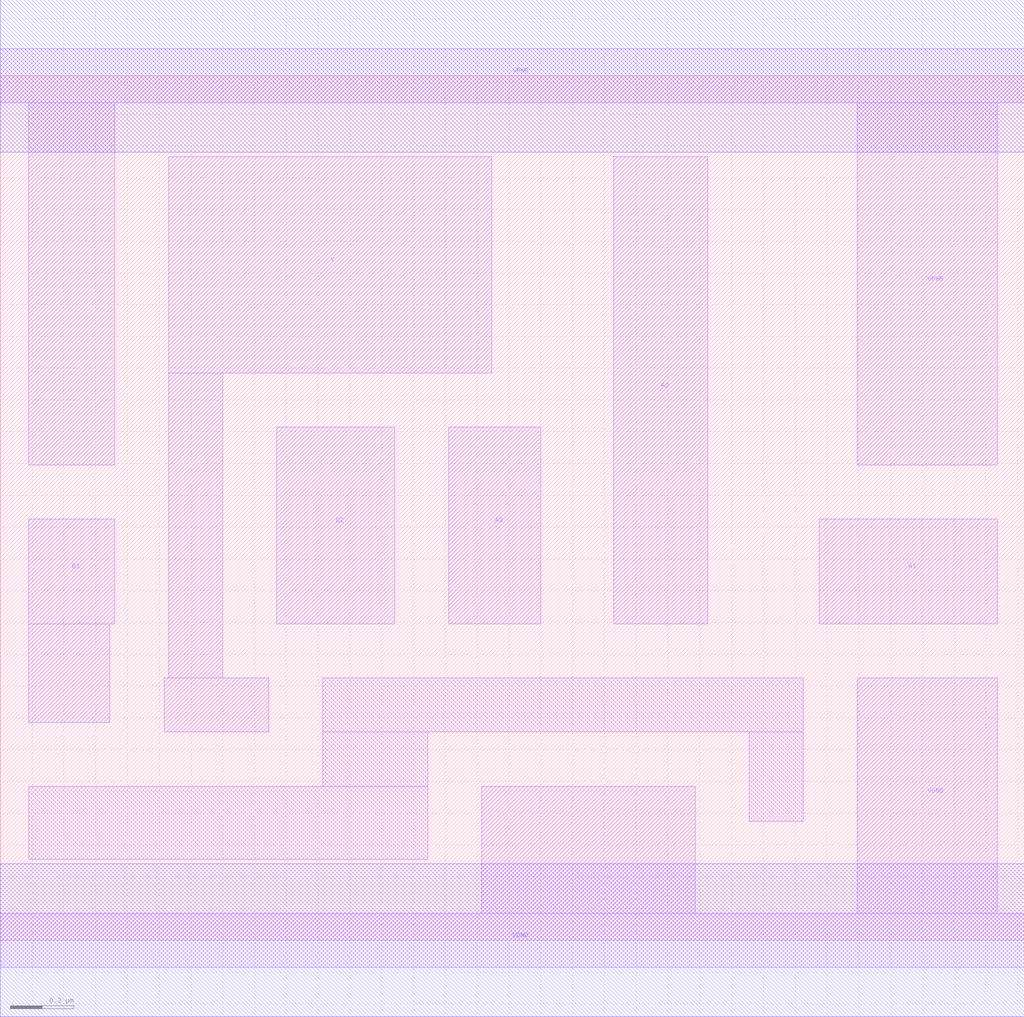
<source format=lef>
# Copyright 2020 The SkyWater PDK Authors
#
# Licensed under the Apache License, Version 2.0 (the "License");
# you may not use this file except in compliance with the License.
# You may obtain a copy of the License at
#
#     https://www.apache.org/licenses/LICENSE-2.0
#
# Unless required by applicable law or agreed to in writing, software
# distributed under the License is distributed on an "AS IS" BASIS,
# WITHOUT WARRANTIES OR CONDITIONS OF ANY KIND, either express or implied.
# See the License for the specific language governing permissions and
# limitations under the License.
#
# SPDX-License-Identifier: Apache-2.0

VERSION 5.5 ;
NAMESCASESENSITIVE ON ;
BUSBITCHARS "[]" ;
DIVIDERCHAR "/" ;
MACRO sky130_fd_sc_hd__o32ai_1
  CLASS CORE ;
  SOURCE USER ;
  ORIGIN  0.000000  0.000000 ;
  SIZE  3.220000 BY  2.720000 ;
  SYMMETRY X Y R90 ;
  SITE unithd ;
  PIN A1
    ANTENNAGATEAREA  0.247500 ;
    DIRECTION INPUT ;
    USE SIGNAL ;
    PORT
      LAYER li1 ;
        RECT 2.575000 0.995000 3.135000 1.325000 ;
    END
  END A1
  PIN A2
    ANTENNAGATEAREA  0.247500 ;
    DIRECTION INPUT ;
    USE SIGNAL ;
    PORT
      LAYER li1 ;
        RECT 1.930000 0.995000 2.225000 2.465000 ;
    END
  END A2
  PIN A3
    ANTENNAGATEAREA  0.247500 ;
    DIRECTION INPUT ;
    USE SIGNAL ;
    PORT
      LAYER li1 ;
        RECT 1.410000 0.995000 1.700000 1.615000 ;
    END
  END A3
  PIN B1
    ANTENNAGATEAREA  0.247500 ;
    DIRECTION INPUT ;
    USE SIGNAL ;
    PORT
      LAYER li1 ;
        RECT 0.090000 0.685000 0.345000 0.995000 ;
        RECT 0.090000 0.995000 0.360000 1.325000 ;
    END
  END B1
  PIN B2
    ANTENNAGATEAREA  0.247500 ;
    DIRECTION INPUT ;
    USE SIGNAL ;
    PORT
      LAYER li1 ;
        RECT 0.870000 0.995000 1.240000 1.615000 ;
    END
  END B2
  PIN Y
    ANTENNADIFFAREA  0.821250 ;
    DIRECTION OUTPUT ;
    USE SIGNAL ;
    PORT
      LAYER li1 ;
        RECT 0.515000 0.655000 0.845000 0.825000 ;
        RECT 0.530000 0.825000 0.700000 1.785000 ;
        RECT 0.530000 1.785000 1.545000 2.465000 ;
    END
  END Y
  PIN VGND
    DIRECTION INOUT ;
    SHAPE ABUTMENT ;
    USE GROUND ;
    PORT
      LAYER li1 ;
        RECT 0.000000 -0.085000 3.220000 0.085000 ;
        RECT 1.515000  0.085000 2.185000 0.485000 ;
        RECT 2.695000  0.085000 3.135000 0.825000 ;
    END
    PORT
      LAYER met1 ;
        RECT 0.000000 -0.240000 3.220000 0.240000 ;
    END
  END VGND
  PIN VPWR
    DIRECTION INOUT ;
    SHAPE ABUTMENT ;
    USE POWER ;
    PORT
      LAYER li1 ;
        RECT 0.000000 2.635000 3.220000 2.805000 ;
        RECT 0.090000 1.495000 0.360000 2.635000 ;
        RECT 2.695000 1.495000 3.135000 2.635000 ;
    END
    PORT
      LAYER met1 ;
        RECT 0.000000 2.480000 3.220000 2.960000 ;
    END
  END VPWR
  OBS
    LAYER li1 ;
      RECT 0.090000 0.255000 1.345000 0.485000 ;
      RECT 1.015000 0.485000 1.345000 0.655000 ;
      RECT 1.015000 0.655000 2.525000 0.825000 ;
      RECT 2.355000 0.375000 2.525000 0.655000 ;
  END
END sky130_fd_sc_hd__o32ai_1
END LIBRARY

</source>
